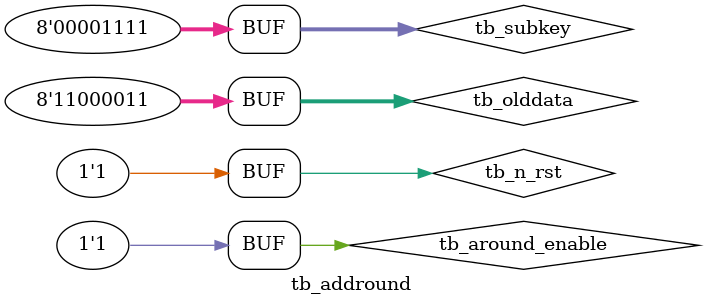
<source format=sv>

module tb_addround();

	reg tb_n_rst;
	reg tb_around_enable;
	reg [7:0] tb_subkey;
	reg [7:0] tb_olddata;
	reg [7:0] tb_newdata;

	addround DUT
	(
		.n_rst(tb_n_rst),
		.around_enable(tb_around_enable),
		.subkey(tb_subkey),
		.olddata(tb_olddata),
		.newdata(tb_newdata)
	);

	initial begin
		tb_n_rst = 1'b1;
		tb_around_enable = 1'b1;
		tb_subkey = 8'b11001100;
		tb_olddata = 8'b10101010;

		#20ns
		tb_n_rst = 1'b0;
		tb_around_enable = 1'b1;
		tb_subkey = 8'b11001100;
		tb_olddata = 8'b10101010;

		#20ns
		tb_n_rst = 1'b1;
		tb_around_enable = 1'b1;
		tb_subkey = 8'b11001100;
		tb_olddata = 8'b10101010;

		#20ns
		tb_n_rst = 1'b1;
		tb_around_enable = 1'b0;
		tb_subkey = 8'b11001100;
		tb_olddata = 8'b10101010;

		#20ns
		tb_n_rst = 1'b1;
		tb_around_enable = 1'b0;
		tb_subkey = 8'b00001111;
		tb_olddata = 8'b11000011;

		#20ns
		tb_n_rst = 1'b1;
		tb_around_enable = 1'b1;
		tb_subkey = 8'b00001111;
		tb_olddata = 8'b11000011;
	end
endmodule

</source>
